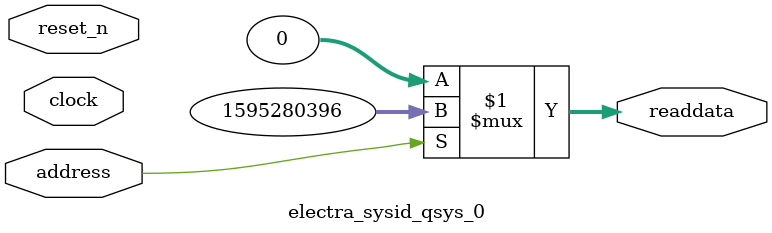
<source format=v>



// synthesis translate_off
`timescale 1ns / 1ps
// synthesis translate_on

// turn off superfluous verilog processor warnings 
// altera message_level Level1 
// altera message_off 10034 10035 10036 10037 10230 10240 10030 

module electra_sysid_qsys_0 (
               // inputs:
                address,
                clock,
                reset_n,

               // outputs:
                readdata
             )
;

  output  [ 31: 0] readdata;
  input            address;
  input            clock;
  input            reset_n;

  wire    [ 31: 0] readdata;
  //control_slave, which is an e_avalon_slave
  assign readdata = address ? 1595280396 : 0;

endmodule



</source>
